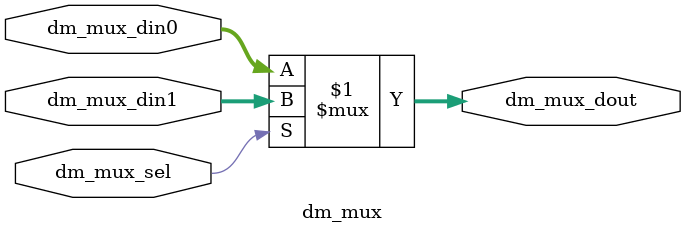
<source format=v>
module RISC_V_top #(
    parameter RISC_word_size=32,
              RISC_addr_size=8
)(
    input clk,
    input res
);
wire [RISC_addr_size-1:0] CPU_pc;
wire [RISC_word_size-1:0] CPU_inst;
wire [RISC_word_size-1:0] CPU_rdata;
wire [RISC_word_size-1:0] CPU_wdata;
wire [RISC_word_size-1:0] CPU_addr;
wire                      CPU_wen;
wire                      CPU_ren;
Inst_Mem Inst_Mem(
    .IM_addr(CPU_pc),
    .IM_inst(CPU_inst)
);
CPU CPU(
    .CPU_clk(clk),
    .CPU_res(res),
    .CPU_inst(CPU_inst),
    .CPU_rdata(CPU_rdata),
    .CPU_pc(CPU_pc),
    .CPU_wdata(CPU_wdata),
    .CPU_addr(CPU_addr),
    .CPU_wen(CPU_wen),
    .CPU_ren(CPU_ren)
);
Data_Mem Data_Mem(
    .DM_clk(clk),
    .DM_res(res),
    .DM_wdata(CPU_wdata),
    .DM_addr(CPU_addr),
    .DM_wen(CPU_wen),
    .DM_ren(CPU_ren),
    .DM_rdata(CPU_rdata)
);
endmodule
module CPU #(
    parameter CPU_word_size=32,
              CPU_addr_size=8,
              CPU_opcode_size=7,
              CPU_fun3_size=3
)(
    input                      CPU_clk,
    input                      CPU_res,
    input  [CPU_word_size-1:0] CPU_inst,
    input  [CPU_word_size-1:0] CPU_rdata,
    output [CPU_addr_size-1:0] CPU_pc,
    output [CPU_word_size-1:0] CPU_wdata,
    output [CPU_word_size-1:0] CPU_addr,
    output                     CPU_wen,
    output                     CPU_ren
);
wire                       PRO_branch;
wire                       PRO_memread;
wire                       PRO_memtoreg;
wire                       PRO_regwrite;
wire                       PRO_aluctr;
wire                       PRO_memwrite;
wire [CPU_opcode_size-1:0] PRO_opcode;
wire [CPU_fun3_size-1:0]   PRO_func3;
wire                       PRO_func7;
PRO PRO(
    .PRO_clk(CPU_clk),
    .PRO_res(CPU_res),
    .PRO_inst(CPU_inst),
    .PRO_rdata(CPU_rdata),
    .PRO_branch(PRO_branch),
    .PRO_memread(PRO_memread),
    .PRO_memtoreg(PRO_memtoreg),
    .PRO_alusrc(PRO_alusrc),
    .PRO_regwrite(PRO_regwrite),
    .PRO_aluctr(PRO_aluctr),
    .PRO_memwrite(PRO_memwrite),
    .PRO_pc(CPU_pc),
    .PRO_wdata(CPU_wdata),
    .PRO_addr(CPU_addr),
    .PRO_opcode(PRO_opcode),
    .PRO_func3(PRO_func3),
    .PRO_func7(PRO_func7),
    .PRO_wen(CPU_wen),
    .PRO_ren(CPU_ren)
);
CTR CTR(
    .CTR_opcode(PRO_opcode),
    .CTR_fun7(PRO_func7),
    .CTR_fun3(PRO_func3),
    .CTR_branch(PRO_branch),
    .CTR_ren(PRO_memread),
    .CTR_memtoreg(PRO_memtoreg),
    .CTR_wen(PRO_memwrite),
    .CTR_alusrc(PRO_alusrc),
    .CTR_regwrite(PRO_regwrite),
    .CTR_aluctr(PRO_aluctr)
);
endmodule
module PRO #(
    parameter PRO_word_size=32,
              PRO_addr_size=8,
              PRO_opcode_size=7,
              PRO_r_size=5,
              PRO_fun3_size=3
)(
    input                        PRO_clk,
    input                        PRO_res,
    input  [PRO_word_size-1:0]   PRO_inst,
    input  [PRO_word_size-1:0]   PRO_rdata,
    input                        PRO_branch,
    input                        PRO_memread,
    input                        PRO_memtoreg,
    input                        PRO_alusrc,
    input                        PRO_regwrite,
    input                        PRO_aluctr,
    input                        PRO_memwrite,
    output [PRO_addr_size-1:0]   PRO_pc,
    output [PRO_word_size-1:0]   PRO_wdata,
    output [PRO_word_size-1:0]   PRO_addr,
    output [PRO_opcode_size-1:0] PRO_opcode,
    output [PRO_fun3_size-1:0]   PRO_func3,
    output                       PRO_func7,
    output                       PRO_wen,
    output                       PRO_ren
);
wire [PRO_word_size-1:0] if_id_pc_in;
wire [PRO_word_size-1:0] ex_pc_mux_din0;
wire                     ex_jump;
wire                     ex_load_use;
wire [PRO_word_size-1:0] id_ex_pc_in;
wire [PRO_word_size-1:0] id_inst_in;
wire [PRO_word_size-1:0] id_ex_imm_in;
wire [PRO_word_size-1:0] id_ex_rs1_data_in;
wire [PRO_word_size-1:0] id_ex_rs2_data_in;
wire [PRO_r_size-1:0]    id_ex_rs1_in;
wire [PRO_r_size-1:0]    id_ex_rs2_in;
wire [PRO_r_size-1:0]    id_ex_rd_in;
wire [PRO_word_size-1:0] ex_pc_in;
wire [PRO_word_size-1:0] ex_imm_in;
wire [PRO_r_size-1:0]    id_ex_rs1_out;
wire [PRO_r_size-1:0]    id_ex_rs2_out;
wire [PRO_r_size-1:0]    id_ex_rd_out;
wire [PRO_word_size-1:0] ex_rs1_data_in;
wire [PRO_word_size-1:0] ex_rs2_data_in;
wire                     ex_branch_in;
wire                     id_ex_memread_out;
wire                     ex_mem_memtoreg_in;
wire                     ex_aluctr_in;
wire                     id_ex_memwrite_out;
wire                     ex_alusrc_in;
wire                     id_ex_regwrite_out;
wire [PRO_r_size-1:0]    ex_mem_rd_out;
wire                     ex_mem_memread_out;
wire [PRO_r_size-1:0]    mem_wb_rd_out;
wire                     mem_wb_regwrite_out;
wire [PRO_word_size-1:0] ex_mem_alu_data_out;
wire [PRO_word_size-1:0] mem_wb_alu_data_out;
wire                     ex_mem_forwardc_in;
wire [PRO_word_size-1:0] ex_alu_data_out;
wire                     mem_wb_memtoreg_in;
wire                     mem_forward_c;
wire [PRO_word_size-1:0] mem_wb_rdata_out;
wire [PRO_word_size-1:0] ex_mem_rs2_data_out;
wire [PRO_word_size-1:0] wb_wdata_out;
wire                     wb_memtoreg_in;
wire [PRO_word_size-1:0] ex_pc_out;
assign PRO_addr=ex_mem_alu_data_out;
assign PRO_ren=ex_mem_memread_out;
if_stage if_stage(
    .if_clk(PRO_clk),
    .if_res(PRO_res),
    .if_load_use(ex_load_use),
    .if_pc_in(ex_pc_out),
    .if_pc_out(if_id_pc_in),
    .if_pc_adder1_out(ex_pc_mux_din0),
    .if_pc_addr(PRO_pc)
);
if_id_regs if_id_regs(
    .if_id_clk(PRO_clk),
    .if_id_res(PRO_res),
    .if_id_jump(ex_jump),
    .if_id_load_use(ex_load_use),
    .if_id_pc_in(if_id_pc_in),
    .if_id_inst_in(PRO_inst),
    .if_id_pc_out(id_ex_pc_in),
    .if_id_inst_out(id_inst_in)
);
id_stage id_stage(
    .id_clk(PRO_clk),
    .id_res(PRO_res),
    .id_inst_in(id_inst_in),
    .id_regwrite_in(mem_wb_regwrite_out),
    .id_wdata_in(wb_wdata_out),
    .id_rd_in(mem_wb_rd_out),
    .id_opcode_out(PRO_opcode),
    .id_imm_out(id_ex_imm_in),
    .id_func3_out(PRO_func3),
    .id_func7_out(PRO_func7),
    .id_rs1_data_out(id_ex_rs1_data_in),
    .id_rs2_data_out(id_ex_rs2_data_in),
    .id_rs1_out(id_ex_rs1_in),
    .id_rs2_out(id_ex_rs2_in),
    .id_rd_out(id_ex_rd_in)
);
id_ex_regs id_ex_regs(
    .id_ex_clk(PRO_clk),
    .id_ex_res(PRO_res),
    .id_ex_jump(ex_jump),
    .id_ex_load_use(ex_load_use),
    .id_ex_pc_in(id_ex_pc_in),
    .id_ex_imm_in(id_ex_imm_in),
    .id_ex_rs1_in(id_ex_rs1_in),
    .id_ex_rs2_in(id_ex_rs2_in),
    .id_ex_rd_in(id_ex_rd_in),
    .id_ex_rs1_data_in(id_ex_rs1_data_in),
    .id_ex_rs2_data_in(id_ex_rs2_data_in),
    .id_ex_branch_in(PRO_branch),
    .id_ex_memread_in(PRO_memread),
    .id_ex_memtoreg_in(PRO_memtoreg),
    .id_ex_aluctr_in(PRO_aluctr),
    .id_ex_memwrite_in(PRO_memwrite),
    .id_ex_alusrc_in(PRO_alusrc),
    .id_ex_regwrite_in(PRO_regwrite),
    .id_ex_pc_out(ex_pc_in),
    .id_ex_imm_out(ex_imm_in),
    .id_ex_rs1_out(id_ex_rs1_out),
    .id_ex_rs2_out(id_ex_rs2_out),
    .id_ex_rd_out(id_ex_rd_out),
    .id_ex_rs1_data_out(ex_rs1_data_in),
    .id_ex_rs2_data_out(ex_rs2_data_in),
    .id_ex_branch_out(ex_branch_in),
    .id_ex_memread_out(id_ex_memread_out),
    .id_ex_memtoreg_out(ex_mem_memtoreg_in),
    .id_ex_aluctr_out(ex_aluctr_in),
    .id_ex_memwrite_out(id_ex_memwrite_out),
    .id_ex_alusrc_out(ex_alusrc_in),
    .id_ex_regwrite_out(id_ex_regwrite_out)
);
ex_stage ex_stage(
    .ex_pc_in(ex_pc_in),
    .ex_pc_mux_din0(ex_pc_mux_din0),
    .ex_imm_in(ex_imm_in),
    .ex_branch_in(ex_branch_in),
    .ex_rs1_data_in(ex_rs1_data_in),
    .ex_rs2_data_in(ex_rs2_data_in),
    .ex_alusrc_in(ex_alusrc_in),
    .ex_aluctr_in(ex_aluctr_in),
    .id_ex_memwrite_out(id_ex_memwrite_out),
    .id_ex_rs1_out(id_ex_rs1_out),
    .id_ex_rs2_out(id_ex_rs2_out),
    .ex_mem_rd_out(ex_mem_rd_out),
    .ex_mem_memread_out(ex_mem_memread_out),
    .ex_mem_regwrite_out(ex_mem_regwrite_out),
    .mem_wb_rd_out(mem_wb_rd_out),
    .mem_wb_regwrite_out(mem_wb_regwrite_out),
    .id_ex_rs1_in(id_ex_rs1_in),
    .id_ex_rs2_in(id_ex_rs2_in),
    .id_ex_rd_out(id_ex_rd_out),
    .id_ex_memread_out(id_ex_memread_out),
    .id_ex_memwrite_in(PRO_memwrite),
    .id_ex_regwrite_out(id_ex_regwrite_out),
    .ex_mem_alu_data_out(ex_mem_alu_data_out),
    .mem_wb_alu_data_out(mem_wb_alu_data_out),
    .ex_pc_out(ex_pc_out),
    .ex_alu_data_out(ex_alu_data_out),
    .ex_forward_c(ex_mem_forwardc_in),
    .ex_load_use(ex_load_use),
    .ex_jump(ex_jump)
);
ex_mem_regs ex_mem_regs(
    .ex_mem_clk(PRO_clk),
    .ex_mem_res(PRO_res),
    .ex_mem_rs2_data_in(ex_rs2_data_in),
    .ex_mem_alu_data_in(ex_alu_data_out),
    .ex_mem_rd_in(id_ex_rd_out),
    .ex_mem_memread_in(id_ex_memread_out),
    .ex_mem_memtoreg_in(ex_mem_memtoreg_in),
    .ex_mem_memwrite_in(id_ex_memwrite_out),
    .ex_mem_regwrite_in(id_ex_regwrite_out),
    .ex_mem_forwardc_in(ex_mem_forwardc_in),
    .ex_mem_rs2_data_out(ex_mem_rs2_data_out),
    .ex_mem_alu_data_out(ex_mem_alu_data_out),
    .ex_mem_rd_out(ex_mem_rd_out),
    .ex_mem_memread_out(ex_mem_memread_out),
    .ex_mem_memtoreg_out(mem_wb_memtoreg_in),
    .ex_mem_memwrite_out(PRO_wen),
    .ex_mem_regwrite_out(ex_mem_regwrite_out),
    .ex_mem_forwardc_out(mem_forward_c)
);
mem_stage mem_stage(
    .mem_rdata_in(mem_wb_rdata_out),
    .mem_rs2_data_in(ex_mem_rs2_data_out),
    .mem_sel(mem_forward_c),
    .mem_wdata_out(PRO_wdata)
);
mem_wb_regs mem_wb_regs(
    .mem_wb_clk(PRO_clk),
    .mem_wb_res(PRO_res),
    .mem_wb_rdata_in(PRO_rdata),
    .mem_wb_alu_data_in(ex_mem_alu_data_out),
    .mem_wb_rd_in(ex_mem_rd_out),
    .mem_wb_memtoreg_in(mem_wb_memtoreg_in),
    .mem_wb_regwrite_in(ex_mem_regwrite_out),
    .mem_wb_rdata_out(mem_wb_rdata_out),
    .mem_wb_alu_data_out(mem_wb_alu_data_out),
    .mem_wb_rd_out(mem_wb_rd_out),
    .mem_wb_memtoreg_out(wb_memtoreg_in),
    .mem_wb_regwrite_out(mem_wb_regwrite_out)
);
wb_stage wb_stage(
    .wb_rdata_in(mem_wb_rdata_out),
    .wb_alu_data_in(mem_wb_alu_data_out),
    .wb_memtoreg_in(wb_memtoreg_in),
    .wb_wdata_out(wb_wdata_out)
);
endmodule
module CTR #(
    parameter CTR_opcode_size=7,
              CTR_fun3_size=3
)(
    input  [CTR_opcode_size-1:0] CTR_opcode,
    input                        CTR_fun7,
    input  [CTR_fun3_size-1:0]   CTR_fun3,
    output                       CTR_branch,
    output                       CTR_ren,
    output                       CTR_memtoreg,
    output                       CTR_wen,
    output                       CTR_alusrc,
    output                       CTR_regwrite,
    output                       CTR_aluctr
);
wire ac_aluop;
main_ctr main_ctr(
    .mc_opcode(CTR_opcode),
    .mc_branch(CTR_branch),
    .mc_memread(CTR_ren),
    .mc_memtoreg(CTR_memtoreg),
    .mc_aluop(ac_aluop),
    .mc_memwrite(CTR_wen),
    .mc_alusrc(CTR_alusrc),
    .mc_regwrite(CTR_regwrite)
);
alu_ctr alu_ctr(
    .ac_fun7(CTR_fun7),
    .ac_fun3(CTR_fun3),
    .ac_aluop(ac_aluop),
    .ac_out(CTR_aluctr)
);
endmodule
module if_stage #(
    parameter if_word_size=32,
              if_addr_size=8
)(
    input                     if_clk,
    input                     if_res,
    input                     if_load_use,
    input  [if_word_size-1:0] if_pc_in,
    output [if_word_size-1:0] if_pc_out,
    output [if_word_size-1:0] if_pc_adder1_out,
    output [if_addr_size-1:0] if_pc_addr
);
wire [if_word_size-1:0] pc_dout;
pc pc(
    .pc_clk(if_clk),
    .pc_res(if_res), 
    .pc_in(if_pc_in),
    .pc_load_use(if_load_use),
    .pc_out(pc_dout)
);
pc_adder1 pc_adder1(
    .pc_adder1_din(pc_dout),
    .pc_adder1_dout(if_pc_adder1_out)
);
assign if_pc_out=pc_dout;
assign if_pc_addr=if_pc_out[9:2];
endmodule
module pc #(
    parameter pc_size=32
)(
    input                    pc_clk,
    input                    pc_res, 
    input      [pc_size-1:0] pc_in,
    input                    pc_load_use,
    output reg [pc_size-1:0] pc_out
);
always@(posedge pc_clk or negedge pc_res) begin
    if(~pc_res)
        pc_out<='b0;
        else if(pc_load_use)
            pc_out<=pc_out;
            else
                pc_out<=pc_in;
end
endmodule
module pc_adder1 #(
    parameter pc_adder1_size=32
)(
    input  [pc_adder1_size-1:0] pc_adder1_din,
    output [pc_adder1_size-1:0] pc_adder1_dout
);
assign pc_adder1_dout=pc_adder1_din+32'd4;
endmodule
module Inst_Mem #(
    parameter IM_addr_size=8,
              IM_inst_size=32,
              IM_rom_size=256
)(
    input  [IM_addr_size-1:0] IM_addr,
    output [IM_inst_size-1:0] IM_inst
);
reg [IM_inst_size-1:0] IM_rom [IM_rom_size-1:0];
initial begin
    $readmemb("RISC_V_IM.txt",IM_rom);
end
assign IM_inst=IM_rom[IM_addr];
endmodule
module if_id_regs #(
    parameter if_id_size=32
)(
    input                       if_id_clk,
    input                       if_id_res,
    input                       if_id_jump,
    input                       if_id_load_use,
    input      [if_id_size-1:0] if_id_pc_in,
    input      [if_id_size-1:0] if_id_inst_in,
    output reg [if_id_size-1:0] if_id_pc_out,
    output reg [if_id_size-1:0] if_id_inst_out
);
always@(posedge if_id_clk or negedge if_id_res) begin
    if(~if_id_res)
        if_id_pc_out<='b0;
        else
            if_id_pc_out<=if_id_pc_in;
end
always@(posedge if_id_clk or negedge if_id_res) begin
    if((~if_id_res)|if_id_jump)
        if_id_inst_out<='b0;
        else if(if_id_load_use)
            if_id_inst_out<=if_id_inst_out;
            else
                if_id_inst_out<=if_id_inst_in;
end
endmodule
module id_stage #(
    parameter id_inst_size=32,
              id_opcode_size=7,
              id_rs_size=5,
              id_rd_size=5,
              id_imm_size=32,
              id_fun3_size=3
)(
    input                       id_clk,
    input                       id_res,
    input  [id_inst_size-1:0]   id_inst_in,
    input                       id_regwrite_in,
    input  [id_inst_size-1:0]   id_wdata_in,
    input  [id_rd_size-1:0]     id_rd_in,
    output [id_opcode_size-1:0] id_opcode_out,
    output [id_imm_size-1:0]    id_imm_out,
    output [id_fun3_size-1:0]   id_func3_out,
    output                      id_func7_out,
    output [id_inst_size-1:0]   id_rs1_data_out,
    output [id_inst_size-1:0]   id_rs2_data_out,
    output [id_rs_size-1:0]     id_rs1_out,
    output [id_rs_size-1:0]     id_rs2_out,
    output [id_rd_size-1:0]     id_rd_out
);
wire [id_rs_size-1:0] regs_rs1;
wire [id_rs_size-1:0] regs_rs2;
inst_dec inst_dec(
    .dec_inst(id_inst_in),
    .dec_opcode(id_opcode_out),
    .dec_rs1(regs_rs1),
    .dec_rs2(regs_rs2),
    .dec_rd(id_rd_out),
    .dec_func3(id_func3_out),
    .dec_func7(id_func7_out),
    .dec_imm(id_imm_out)
);
regs regs(
    .regs_clk(id_clk),
    .regs_res(id_res),
    .regs_wen(id_regwrite_in),
    .regs_rs1(regs_rs1),
    .regs_rs2(regs_rs2), 
    .regs_rd(id_rd_in),
    .regs_wdata(id_wdata_in),
    .regs_rs1_data(id_rs1_data_out),
    .regs_rs2_data(id_rs2_data_out)
);
assign id_rs1_out=regs_rs1;
assign id_rs2_out=regs_rs2;
endmodule
module inst_dec #(
    parameter dec_inst_size=32,
              dec_opcode_size=7,
              dec_rs_size=5,
              dec_rd_size=5,
              dec_func3_size=3,
              dec_imm_size=32,
              dec_I_size=7'b0000011,
              dec_S_size=7'b0100011,
              dec_B_size=7'b1100011
)(
    input  [dec_inst_size-1:0]   dec_inst,
    output [dec_opcode_size-1:0] dec_opcode,
    output [dec_rs_size-1:0]     dec_rs1,
    output [dec_rs_size-1:0]     dec_rs2,
    output [dec_rd_size-1:0]     dec_rd,
    output [dec_func3_size-1:0]  dec_func3,
    output                       dec_func7,
    output [dec_imm_size-1:0]    dec_imm
);
assign dec_opcode=dec_inst[6:0];
assign dec_rs1=dec_inst[19:15];
assign dec_rs2=dec_inst[24:20];
assign dec_rd=dec_inst[11:7];
assign dec_func3=dec_inst[14:12];
assign dec_func7=dec_inst[30];
wire dec_I_type;
wire dec_S_type;
wire dec_B_type;
assign dec_I_type=(dec_inst[6:0]==dec_I_size);
assign dec_S_type=(dec_inst[6:0]==dec_S_size);
assign dec_B_type=(dec_inst[6:0]==dec_B_size);
wire [dec_imm_size-1:0] dec_I_imm;
wire [dec_imm_size-1:0] dec_S_imm;
wire [dec_imm_size-1:0] dec_B_imm;
assign dec_I_imm={{20{dec_inst[31]}},dec_inst[31:20]};
assign dec_S_imm={{20{dec_inst[31]}},dec_inst[31:25],dec_inst[11:7]};
assign dec_B_imm={{20{dec_inst[31]}},dec_inst[7],dec_inst[30:25],dec_inst[11:8],1'b0};
assign dec_imm=dec_I_type?dec_I_imm:
               dec_S_type?dec_S_imm:
               dec_B_type?dec_B_imm:32'b0;
endmodule
module regs #(
    parameter regs_rs_size=5,
              regs_rd_size=5,
              regs_data_size=32
)(
    input                       regs_clk,
    input                       regs_res,
    input                       regs_wen,
    input  [regs_rs_size-1:0]   regs_rs1,
    input  [regs_rs_size-1:0]   regs_rs2, 
    input  [regs_rd_size-1:0]   regs_rd,
    input  [regs_data_size-1:0] regs_wdata,
    output [regs_data_size-1:0] regs_rs1_data,
    output [regs_data_size-1:0] regs_rs2_data
);
reg [regs_data_size-1:0] regs [regs_data_size-1:0];
initial begin
    $readmemb("RISC_V_regs.txt",regs);
end
always@(negedge regs_clk) begin
    if(regs_wen&(regs_rd!=0))
        regs[regs_rd]<=regs_wdata;
end
assign regs_rs1_data=(regs_rs1==5'b0)?32'b0:regs[regs_rs1];
assign regs_rs2_data=(regs_rs2==5'b0)?32'b0:regs[regs_rs2];
endmodule
module main_ctr #(
    parameter mc_opcode_size=7,
              mc_r_size=7'b0110011,
              mc_lw_size=7'b0000011,
              mc_sw_size=7'b0100011,
              mc_beq_size=7'b1100011
)(
    input  [mc_opcode_size-1:0] mc_opcode,
    output                      mc_branch,
    output                      mc_memread,
    output                      mc_memtoreg,
    output                      mc_aluop,
    output                      mc_memwrite,
    output                      mc_alusrc,
    output                      mc_regwrite
);
assign mc_branch=(mc_opcode==mc_beq_size);
assign mc_memread=(mc_opcode==mc_lw_size);
assign mc_memtoreg=(mc_opcode==mc_lw_size);
assign mc_aluop=(mc_opcode==mc_r_size);
assign mc_memwrite=(mc_opcode==mc_sw_size);
assign mc_alusrc=(mc_opcode==mc_lw_size)|(mc_opcode==mc_sw_size);
assign mc_regwrite=(mc_opcode==mc_r_size)|(mc_opcode==mc_lw_size);
endmodule
module alu_ctr #(
    parameter ac_fun3_size=3
)(
    input                     ac_fun7,
    input  [ac_fun3_size-1:0] ac_fun3,
    input                     ac_aluop,
    output                    ac_out
);
assign ac_out=ac_aluop&ac_fun7;
endmodule
module id_ex_regs #(
    parameter id_ex_word_size=32,
              id_ex_r_size=5
)(
    input                            id_ex_clk,
    input                            id_ex_res,
    input                            id_ex_jump,
    input                            id_ex_load_use,
    input      [id_ex_word_size-1:0] id_ex_pc_in,
    input      [id_ex_word_size-1:0] id_ex_imm_in,
    input      [id_ex_r_size-1:0]    id_ex_rs1_in,
    input      [id_ex_r_size-1:0]    id_ex_rs2_in,
    input      [id_ex_r_size-1:0]    id_ex_rd_in,
    input      [id_ex_word_size-1:0] id_ex_rs1_data_in,
    input      [id_ex_word_size-1:0] id_ex_rs2_data_in,
    input                            id_ex_branch_in,
    input                            id_ex_memread_in,
    input                            id_ex_memtoreg_in,
    input                            id_ex_aluctr_in,
    input                            id_ex_memwrite_in,
    input                            id_ex_alusrc_in,
    input                            id_ex_regwrite_in,
    output reg [id_ex_word_size-1:0] id_ex_pc_out,
    output reg [id_ex_word_size-1:0] id_ex_imm_out,
    output reg [id_ex_r_size-1:0]    id_ex_rs1_out,
    output reg [id_ex_r_size-1:0]    id_ex_rs2_out,
    output reg [id_ex_r_size-1:0]    id_ex_rd_out,
    output reg [id_ex_word_size-1:0] id_ex_rs1_data_out,
    output reg [id_ex_word_size-1:0] id_ex_rs2_data_out,
    output reg                       id_ex_branch_out,
    output reg                       id_ex_memread_out,
    output reg                       id_ex_memtoreg_out,
    output reg                       id_ex_aluctr_out,
    output reg                       id_ex_memwrite_out,
    output reg                       id_ex_alusrc_out,
    output reg                       id_ex_regwrite_out
);
always@(posedge id_ex_clk or negedge id_ex_res) begin
    if(~id_ex_res) begin
        id_ex_pc_out<='b0;
        id_ex_imm_out<='b0;
        id_ex_rs1_out<='b0;
        id_ex_rs2_out<='b0;
        id_ex_rd_out<='b0;
        id_ex_rs1_data_out<='b0;
        id_ex_rs2_data_out<='b0;
    end
        else begin
            id_ex_pc_out<=id_ex_pc_in;
            id_ex_imm_out<=id_ex_imm_in;
            id_ex_rs1_out<=id_ex_rs1_in;
            id_ex_rs2_out<=id_ex_rs2_in;
            id_ex_rd_out<=id_ex_rd_in;
            id_ex_rs1_data_out<=id_ex_rs1_data_in;
            id_ex_rs2_data_out<=id_ex_rs2_data_in;
        end
end
always@(posedge id_ex_clk or negedge id_ex_res) begin
    if((~id_ex_res)|id_ex_jump|id_ex_load_use) begin
        id_ex_branch_out<='b0;
        id_ex_memread_out<='b0;
        id_ex_memtoreg_out<='b0;
        id_ex_aluctr_out<='b0;
        id_ex_memwrite_out<='b0;
        id_ex_alusrc_out<='b0;
        id_ex_regwrite_out<='b0;
    end
        else begin
            id_ex_branch_out<=id_ex_branch_in;
            id_ex_memread_out<=id_ex_memread_in;
            id_ex_memtoreg_out<=id_ex_memtoreg_in;
            id_ex_aluctr_out<=id_ex_aluctr_in;
            id_ex_memwrite_out<=id_ex_memwrite_in;
            id_ex_alusrc_out<=id_ex_alusrc_in;
            id_ex_regwrite_out<=id_ex_regwrite_in;
        end
end
endmodule
module ex_stage #(
    parameter ex_word_size=32,
              ex_r_size=5,
              ex_forward_size=2
)(
    input  [ex_word_size-1:0] ex_pc_in,
    input  [ex_word_size-1:0] ex_pc_mux_din0,
    input  [ex_word_size-1:0] ex_imm_in,
    input                     ex_branch_in,
    input  [ex_word_size-1:0] ex_rs1_data_in,
    input  [ex_word_size-1:0] ex_rs2_data_in,
    input                     ex_alusrc_in,
    input                     ex_aluctr_in,
    input                     id_ex_memwrite_out,
    input  [ex_r_size-1:0]    id_ex_rs1_out,
    input  [ex_r_size-1:0]    id_ex_rs2_out,
    input  [ex_r_size-1:0]    ex_mem_rd_out,
    input                     ex_mem_memread_out,
    input                     ex_mem_regwrite_out,
    input  [ex_r_size-1:0]    mem_wb_rd_out,
    input                     mem_wb_regwrite_out,
    input  [ex_r_size-1:0]    id_ex_rs1_in,
    input  [ex_r_size-1:0]    id_ex_rs2_in,
    input  [ex_r_size-1:0]    id_ex_rd_out,
    input                     id_ex_memread_out,
    input                     id_ex_memwrite_in,
    input                     id_ex_regwrite_out,
    input  [ex_word_size-1:0] ex_mem_alu_data_out,
    input  [ex_word_size-1:0] mem_wb_alu_data_out,
    output [ex_word_size-1:0] ex_pc_out,
    output [ex_word_size-1:0] ex_alu_data_out,
    output                    ex_forward_c,
    output                    ex_load_use,
    output                    ex_jump
);
wire [ex_word_size-1:0]    pc_mux_din1;
wire                       alu_zero;
wire [ex_word_size-1:0]    alu_din1;
wire [ex_word_size-1:0]    alu_din2;
wire [ex_word_size-1:0]    regs_mux_din0;
wire [ex_forward_size-1:0] ex_forward_a;
wire [ex_forward_size-1:0] ex_forward_b;
forward forward(
    .id_ex_memwrite_out(id_ex_memwrite_out),
    .id_ex_rs1_out(id_ex_rs1_out),
    .id_ex_rs2_out(id_ex_rs2_out),
    .ex_mem_rd_out(ex_mem_rd_out),
    .ex_mem_memread_out(ex_mem_memread_out),
    .ex_mem_regwrite_out(ex_mem_regwrite_out),
    .mem_wb_rd_out(mem_wb_rd_out),
    .mem_wb_regwrite_out(mem_wb_regwrite_out),
    .id_ex_rs1_in(id_ex_rs1_in),
    .id_ex_rs2_in(id_ex_rs2_in),
    .id_ex_rd_out(id_ex_rd_out),
    .id_ex_memread_out(id_ex_memread_out),
    .id_ex_memwrite_in(id_ex_memwrite_in),
    .id_ex_regwrite_out(id_ex_regwrite_out),
    .forward_a(ex_forward_a),
    .forward_b(ex_forward_b),
    .forward_c(ex_forward_c),
    .load_use(ex_load_use)
);
ex_mux ex_mux_forwarda(
    .ex_mux_din1(ex_mem_alu_data_out),
    .ex_mux_din2(mem_wb_alu_data_out),
    .ex_mux_din3(ex_rs1_data_in),
    .ex_mux_sel(ex_forward_a),
    .ex_mux_dout(alu_din1)
);
ex_mux ex_mux_forwardb(
    .ex_mux_din1(ex_mem_alu_data_out),
    .ex_mux_din2(mem_wb_alu_data_out),
    .ex_mux_din3(ex_rs2_data_in),
    .ex_mux_sel(ex_forward_b),
    .ex_mux_dout(regs_mux_din0)
);
pc_adder2 pc_adder2(
    .pc_adder2_din1(ex_pc_in),
    .pc_adder2_din2(ex_imm_in),
    .pc_adder2_dout(pc_mux_din1)
);
pc_mux pc_mux(
    .pc_mux_din0(ex_pc_mux_din0),
    .pc_mux_din1(pc_mux_din1),
    .pc_mux_sel0(alu_zero),
    .pc_mux_sel1(ex_branch_in),
    .pc_mux_dout(ex_pc_out),
    .pc_jump(ex_jump)
);
regs_mux regs_mux(
    .regs_mux_din0(regs_mux_din0),
    .regs_mux_din1(ex_imm_in),
    .regs_mux_sel(ex_alusrc_in),
    .regs_mux_dout(alu_din2)
);
alu alu(
    .alu_din1(alu_din1),
    .alu_din2(alu_din2),
    .alu_ctr(ex_aluctr_in),
    .alu_zero(alu_zero),
    .alu_dout(ex_alu_data_out)
);
endmodule
module forward #(
    parameter forward_r_size=5,
              forward_size=2
)(
    input                       id_ex_memwrite_out,
    input  [forward_r_size-1:0] id_ex_rs1_out,
    input  [forward_r_size-1:0] id_ex_rs2_out,
    input  [forward_r_size-1:0] ex_mem_rd_out,
    input                       ex_mem_memread_out,
    input                       ex_mem_regwrite_out,
    input  [forward_r_size-1:0] mem_wb_rd_out,
    input                       mem_wb_regwrite_out,
    input  [forward_r_size-1:0] id_ex_rs1_in,
    input  [forward_r_size-1:0] id_ex_rs2_in,
    input  [forward_r_size-1:0] id_ex_rd_out,
    input                       id_ex_memread_out,
    input                       id_ex_memwrite_in,
    input                       id_ex_regwrite_out,
    output [forward_size-1:0]   forward_a,
    output [forward_size-1:0]   forward_b,
    output                      forward_c,
    output                      load_use
);
assign forward_a[1]=(ex_mem_regwrite_out&(ex_mem_rd_out!=5'b0)&(ex_mem_rd_out==id_ex_rs1_out));
assign forward_a[0]=(mem_wb_regwrite_out&(mem_wb_rd_out!=5'b0)&(mem_wb_rd_out==id_ex_rs1_out));
assign forward_b[1]=(ex_mem_regwrite_out&(ex_mem_rd_out!=5'b0)&(ex_mem_rd_out==id_ex_rs2_out));
assign forward_b[0]=(mem_wb_regwrite_out&(mem_wb_rd_out!=5'b0)&(mem_wb_rd_out==id_ex_rs2_out));
assign forward_c=ex_mem_regwrite_out&(ex_mem_rd_out!=5'b0)&(ex_mem_rd_out!=id_ex_rs1_out)&(ex_mem_rd_out==id_ex_rs2_out)
                 &id_ex_memwrite_out&ex_mem_memread_out;
assign load_use=id_ex_memread_out&id_ex_regwrite_out&(id_ex_rd_out!=5'b0)&(!id_ex_memwrite_in)&((id_ex_rd_out==id_ex_rs1_in)
                |(id_ex_rd_out==id_ex_rs2_in))|id_ex_memread_out&id_ex_regwrite_out&(id_ex_rd_out!=5'b0)&(id_ex_memwrite_in)
                &(id_ex_rd_out==id_ex_rs1_in);
endmodule
module ex_mux #(
    parameter ex_mux_word_size=32,
              ex_mux_sel_size=2
)(
    input  [ex_mux_word_size-1:0] ex_mux_din1,
    input  [ex_mux_word_size-1:0] ex_mux_din2,
    input  [ex_mux_word_size-1:0] ex_mux_din3,
    input  [ex_mux_sel_size-1:0]  ex_mux_sel,
    output [ex_mux_word_size-1:0] ex_mux_dout
);
assign ex_mux_dout=ex_mux_sel[1]?ex_mux_din1:ex_mux_sel[0]?ex_mux_din2:ex_mux_din3;
endmodule
module pc_adder2 #(
    parameter pc_adder2_size=32
)(
    input  [pc_adder2_size-1:0] pc_adder2_din1,
    input  [pc_adder2_size-1:0] pc_adder2_din2,
    output [pc_adder2_size-1:0] pc_adder2_dout
);
assign pc_adder2_dout=pc_adder2_din1+pc_adder2_din2;
endmodule
module pc_mux #(
    parameter pc_mux_size=32
)(
    input  [pc_mux_size-1:0] pc_mux_din0,
    input  [pc_mux_size-1:0] pc_mux_din1,
    input                    pc_mux_sel0,
    input                    pc_mux_sel1,
    output [pc_mux_size-1:0] pc_mux_dout,
    output                   pc_jump
);
assign pc_jump=pc_mux_sel0&pc_mux_sel1;
assign pc_mux_dout=(pc_mux_sel0&pc_mux_sel1)?pc_mux_din1:pc_mux_din0;
endmodule
module regs_mux #(
    parameter regs_mux_size=32
)(
    input  [regs_mux_size-1:0] regs_mux_din0,
    input  [regs_mux_size-1:0] regs_mux_din1,
    input                      regs_mux_sel,
    output [regs_mux_size-1:0] regs_mux_dout
);
assign regs_mux_dout=regs_mux_sel?regs_mux_din1:regs_mux_din0;
endmodule
module alu #(
    parameter alu_data_size=32,
              alu_add=0,
              alu_sub=1
)(
    input      [alu_data_size-1:0] alu_din1,
    input      [alu_data_size-1:0] alu_din2,
    input                          alu_ctr,
    output                         alu_zero,
    output reg [alu_data_size-1:0] alu_dout
);
assign alu_zero=(alu_din1==alu_din2);
always@(*) begin
    case(alu_ctr)
        alu_add:alu_dout<=alu_din1+alu_din2;
        alu_sub:alu_dout<=alu_din1-alu_din2;
    endcase
end
endmodule
module ex_mem_regs #(
    parameter ex_mem_word_size=32,
              ex_mem_rd_size=5
)(
    input                             ex_mem_clk,
    input                             ex_mem_res,
    input      [ex_mem_word_size-1:0] ex_mem_rs2_data_in,
    input      [ex_mem_word_size-1:0] ex_mem_alu_data_in,
    input      [ex_mem_rd_size-1:0]   ex_mem_rd_in,
    input                             ex_mem_memread_in,
    input                             ex_mem_memtoreg_in,
    input                             ex_mem_memwrite_in,
    input                             ex_mem_regwrite_in,
    input                             ex_mem_forwardc_in,
    output reg [ex_mem_word_size-1:0] ex_mem_rs2_data_out,
    output reg [ex_mem_word_size-1:0] ex_mem_alu_data_out,
    output reg [ex_mem_rd_size-1:0]   ex_mem_rd_out,
    output reg                        ex_mem_memread_out,
    output reg                        ex_mem_memtoreg_out,
    output reg                        ex_mem_memwrite_out,
    output reg                        ex_mem_regwrite_out,
    output reg                        ex_mem_forwardc_out
);
always@(posedge ex_mem_clk or negedge ex_mem_res) begin
    if(~ex_mem_res) begin
        ex_mem_rs2_data_out<='b0;
        ex_mem_alu_data_out<='b0;
        ex_mem_rd_out<='b0;
        ex_mem_memread_out<='b0;
        ex_mem_memtoreg_out<='b0;
        ex_mem_memwrite_out<='b0;
        ex_mem_regwrite_out<='b0;
        ex_mem_forwardc_out<='b0;
    end
        else begin
            ex_mem_rs2_data_out<=ex_mem_rs2_data_in;
            ex_mem_alu_data_out<=ex_mem_alu_data_in;
            ex_mem_rd_out<=ex_mem_rd_in;
            ex_mem_memread_out<=ex_mem_memread_in;
            ex_mem_memtoreg_out<=ex_mem_memtoreg_in;
            ex_mem_memwrite_out<=ex_mem_memwrite_in;
            ex_mem_regwrite_out<=ex_mem_regwrite_in;
            ex_mem_forwardc_out<=ex_mem_forwardc_in;
        end
end
endmodule
module mem_stage #(
    parameter mem_word_size=32
)(
    input  [mem_word_size-1:0] mem_rdata_in,
    input  [mem_word_size-1:0] mem_rs2_data_in,
    input                      mem_sel,
    output [mem_word_size-1:0] mem_wdata_out
);
mem_mux mem_mux_forwardc(
    .mem_mux_din1(mem_rdata_in),
    .mem_mux_din2(mem_rs2_data_in),
    .mem_mux_sel(mem_sel),
    .mem_mux_dout(mem_wdata_out)
);
endmodule
module mem_mux #(
    parameter mem_mux_word_size=32
)(
    input  [mem_mux_word_size-1:0] mem_mux_din1,
    input  [mem_mux_word_size-1:0] mem_mux_din2,
    input                          mem_mux_sel,
    output [mem_mux_word_size-1:0] mem_mux_dout
);
assign mem_mux_dout=mem_mux_sel?mem_mux_din1:mem_mux_din2;
endmodule
module Data_Mem #(
    parameter DM_data_size=32,
              DM_addr_size=32,
              DM_ram_size=256
)(
    input                      DM_clk,
    input                      DM_res,
    input  [DM_data_size-1:0]  DM_wdata,
    input  [DM_addr_size-1:0]  DM_addr,
    input                      DM_wen,
    input                      DM_ren,
    output [DM_data_size-1:0]  DM_rdata
);
reg [DM_data_size-1:0] DM_ram [DM_ram_size-1:0];
initial begin
    $readmemb("RISC_V_DM.txt",DM_ram);
end 
always@(negedge DM_clk) begin
    if(DM_wen)
        DM_ram[DM_addr[9:2]]<=DM_wdata;
end
assign DM_rdata=DM_ram[DM_addr[31:2]];
endmodule
module mem_wb_regs #(
    parameter mem_wb_word_size=32,
              mem_wb_rd_size=5
)(
    input                             mem_wb_clk,
    input                             mem_wb_res,
    input      [mem_wb_word_size-1:0] mem_wb_rdata_in,
    input      [mem_wb_word_size-1:0] mem_wb_alu_data_in,
    input      [mem_wb_rd_size-1:0]   mem_wb_rd_in,
    input                             mem_wb_memtoreg_in,
    input                             mem_wb_regwrite_in,
    output reg [mem_wb_word_size-1:0] mem_wb_rdata_out,
    output reg [mem_wb_word_size-1:0] mem_wb_alu_data_out,
    output reg [mem_wb_rd_size-1:0]   mem_wb_rd_out,
    output reg                        mem_wb_memtoreg_out,
    output reg                        mem_wb_regwrite_out
);
always@(posedge mem_wb_clk or negedge mem_wb_res) begin
    if(~mem_wb_res) begin
        mem_wb_rdata_out<='b0;
        mem_wb_alu_data_out<='b0;
        mem_wb_rd_out<='b0;
        mem_wb_memtoreg_out<='b0;
        mem_wb_regwrite_out<='b0;
    end
        else begin
            mem_wb_rdata_out<=mem_wb_rdata_in;
            mem_wb_alu_data_out<=mem_wb_alu_data_in;
            mem_wb_rd_out<=mem_wb_rd_in;
            mem_wb_memtoreg_out<=mem_wb_memtoreg_in;
            mem_wb_regwrite_out<=mem_wb_regwrite_in;
        end
end
endmodule
module wb_stage #(
    parameter wb_size=32
)(
    input  [wb_size-1:0] wb_rdata_in,
    input  [wb_size-1:0] wb_alu_data_in,
    input                wb_memtoreg_in,
    output [wb_size-1:0] wb_wdata_out
);
dm_mux dm_mux(
    .dm_mux_din0(wb_alu_data_in),
    .dm_mux_din1(wb_rdata_in),
    .dm_mux_sel(wb_memtoreg_in),
    .dm_mux_dout(wb_wdata_out)
);
endmodule
module dm_mux #(
    parameter dm_mux_size=32
)(
    input  [dm_mux_size-1:0] dm_mux_din0,
    input  [dm_mux_size-1:0] dm_mux_din1,
    input                    dm_mux_sel,
    output [dm_mux_size-1:0] dm_mux_dout
);
assign dm_mux_dout=dm_mux_sel?dm_mux_din1:dm_mux_din0;
endmodule
</source>
